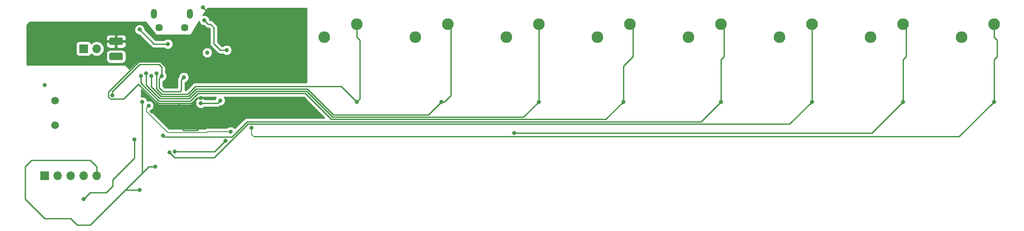
<source format=gbr>
%TF.GenerationSoftware,KiCad,Pcbnew,(5.1.6)-1*%
%TF.CreationDate,2021-02-12T14:45:57+03:00*%
%TF.ProjectId,CearusTab,43656172-7573-4546-9162-2e6b69636164,rev?*%
%TF.SameCoordinates,Original*%
%TF.FileFunction,Copper,L2,Bot*%
%TF.FilePolarity,Positive*%
%FSLAX46Y46*%
G04 Gerber Fmt 4.6, Leading zero omitted, Abs format (unit mm)*
G04 Created by KiCad (PCBNEW (5.1.6)-1) date 2021-02-12 14:45:57*
%MOMM*%
%LPD*%
G01*
G04 APERTURE LIST*
%TA.AperFunction,ComponentPad*%
%ADD10C,1.500000*%
%TD*%
%TA.AperFunction,ComponentPad*%
%ADD11O,1.700000X1.700000*%
%TD*%
%TA.AperFunction,ComponentPad*%
%ADD12R,1.700000X1.700000*%
%TD*%
%TA.AperFunction,ComponentPad*%
%ADD13C,2.286000*%
%TD*%
%TA.AperFunction,ComponentPad*%
%ADD14O,1.200000X1.900000*%
%TD*%
%TA.AperFunction,ComponentPad*%
%ADD15C,1.450000*%
%TD*%
%TA.AperFunction,ViaPad*%
%ADD16C,0.800000*%
%TD*%
%TA.AperFunction,Conductor*%
%ADD17C,0.250000*%
%TD*%
%TA.AperFunction,Conductor*%
%ADD18C,0.200000*%
%TD*%
%TA.AperFunction,Conductor*%
%ADD19C,0.254000*%
%TD*%
G04 APERTURE END LIST*
D10*
%TO.P,Y1,2*%
%TO.N,xtal1*%
X98552000Y-24946000D03*
%TO.P,Y1,1*%
%TO.N,xtal2*%
X98552000Y-20066000D03*
%TD*%
D11*
%TO.P,usb_boot1,2*%
%TO.N,Net-(R7-Pad2)*%
X106680000Y-9906000D03*
D12*
%TO.P,usb_boot1,1*%
%TO.N,Net-(U2-Pad33)*%
X104140000Y-9906000D03*
%TD*%
D13*
%TO.P,SW8,1*%
%TO.N,8*%
X281940000Y-5080000D03*
%TO.P,SW8,2*%
%TO.N,Unfiltered*%
X275590000Y-7620000D03*
%TD*%
%TO.P,SW7,1*%
%TO.N,7*%
X264160000Y-5080000D03*
%TO.P,SW7,2*%
%TO.N,Unfiltered*%
X257810000Y-7620000D03*
%TD*%
%TO.P,SW6,1*%
%TO.N,6*%
X246380000Y-5080000D03*
%TO.P,SW6,2*%
%TO.N,Unfiltered*%
X240030000Y-7620000D03*
%TD*%
%TO.P,SW5,1*%
%TO.N,5*%
X228600000Y-5080000D03*
%TO.P,SW5,2*%
%TO.N,Unfiltered*%
X222250000Y-7620000D03*
%TD*%
%TO.P,SW4,1*%
%TO.N,4*%
X210820000Y-5080000D03*
%TO.P,SW4,2*%
%TO.N,Unfiltered*%
X204470000Y-7620000D03*
%TD*%
%TO.P,SW3,1*%
%TO.N,3*%
X193040000Y-5080000D03*
%TO.P,SW3,2*%
%TO.N,Unfiltered*%
X186690000Y-7620000D03*
%TD*%
%TO.P,SW2,1*%
%TO.N,2*%
X175260000Y-5080000D03*
%TO.P,SW2,2*%
%TO.N,Unfiltered*%
X168910000Y-7620000D03*
%TD*%
%TO.P,SW1,1*%
%TO.N,1*%
X157480000Y-5080000D03*
%TO.P,SW1,2*%
%TO.N,Unfiltered*%
X151130000Y-7620000D03*
%TD*%
D11*
%TO.P,J2,5*%
%TO.N,rst*%
X106680000Y-34798000D03*
%TO.P,J2,4*%
%TO.N,TX*%
X104140000Y-34798000D03*
%TO.P,J2,3*%
%TO.N,RX*%
X101600000Y-34798000D03*
%TO.P,J2,2*%
%TO.N,SDA*%
X99060000Y-34798000D03*
D12*
%TO.P,J2,1*%
%TO.N,SCL*%
X96520000Y-34798000D03*
%TD*%
D14*
%TO.P,J1,6*%
%TO.N,GND*%
X117912000Y-3080500D03*
X124912000Y-3080500D03*
D15*
X118912000Y-5780500D03*
X123912000Y-5780500D03*
%TD*%
%TO.P,C4,2*%
%TO.N,GND*%
%TA.AperFunction,SMDPad,CuDef*%
G36*
G01*
X111565000Y-9167500D02*
X109415000Y-9167500D01*
G75*
G02*
X109165000Y-8917500I0J250000D01*
G01*
X109165000Y-7992500D01*
G75*
G02*
X109415000Y-7742500I250000J0D01*
G01*
X111565000Y-7742500D01*
G75*
G02*
X111815000Y-7992500I0J-250000D01*
G01*
X111815000Y-8917500D01*
G75*
G02*
X111565000Y-9167500I-250000J0D01*
G01*
G37*
%TD.AperFunction*%
%TO.P,C4,1*%
%TO.N,Net-(C4-Pad1)*%
%TA.AperFunction,SMDPad,CuDef*%
G36*
G01*
X111565000Y-12142500D02*
X109415000Y-12142500D01*
G75*
G02*
X109165000Y-11892500I0J250000D01*
G01*
X109165000Y-10967500D01*
G75*
G02*
X109415000Y-10717500I250000J0D01*
G01*
X111565000Y-10717500D01*
G75*
G02*
X111815000Y-10967500I0J-250000D01*
G01*
X111815000Y-11892500D01*
G75*
G02*
X111565000Y-12142500I-250000J0D01*
G01*
G37*
%TD.AperFunction*%
%TD*%
D16*
%TO.N,*%
X96520000Y-17018000D03*
%TO.N,GND*%
X130810000Y-23114000D03*
X110490000Y-8890000D03*
X127000000Y-19558000D03*
X127000000Y-25146000D03*
X117440000Y-22190000D03*
X127456510Y-1829490D03*
X137265000Y-11370000D03*
X120650000Y-13970000D03*
%TO.N,VBUS*%
X132080000Y-10160000D03*
X127724499Y-4355501D03*
%TO.N,Unfiltered*%
X119380000Y-15240000D03*
X123698000Y-15494000D03*
X128270000Y-10668000D03*
X109723845Y-19054155D03*
%TO.N,Net-(C3-Pad1)*%
X130810000Y-20066000D03*
X127000000Y-20574000D03*
%TO.N,Net-(C4-Pad1)*%
X110490000Y-11430000D03*
%TO.N,Net-(C7-Pad1)*%
X115062000Y-6146800D03*
X120573800Y-8991600D03*
%TO.N,rst*%
X115062000Y-37592000D03*
X118110000Y-33020000D03*
X115570000Y-20320000D03*
%TO.N,Net-(R5-Pad2)*%
X104140000Y-39370000D03*
X114032000Y-27672000D03*
%TO.N,1*%
X157480000Y-20320000D03*
X118364000Y-14732000D03*
%TO.N,2*%
X173990000Y-20320000D03*
X117332000Y-15256000D03*
%TO.N,3*%
X193040000Y-20320000D03*
X116332000Y-14732000D03*
%TO.N,4*%
X209550000Y-20320000D03*
X115316000Y-15240000D03*
%TO.N,5*%
X228600000Y-20320000D03*
X119634000Y-26924000D03*
%TO.N,6*%
X246380000Y-20320000D03*
X120904000Y-30226000D03*
%TO.N,7*%
X264160000Y-20320000D03*
X121920000Y-30066000D03*
X131826000Y-27940000D03*
X188214000Y-26416000D03*
%TO.N,8*%
X281940000Y-20320000D03*
X116840000Y-21082000D03*
X132842000Y-26162000D03*
X136906000Y-25400000D03*
%TD*%
D17*
%TO.N,GND*%
X127000000Y-25146000D02*
X127000000Y-25146000D01*
X127000000Y-19558000D02*
X126243640Y-19558000D01*
X126243640Y-19558000D02*
X125205602Y-20596036D01*
X125205602Y-20596036D02*
X122913964Y-20596036D01*
X122913964Y-20596036D02*
X122428000Y-21082000D01*
X122428000Y-21082000D02*
X122428000Y-24638000D01*
X122428000Y-24638000D02*
X123698000Y-25908000D01*
X126238000Y-25908000D02*
X127000000Y-25146000D01*
X123698000Y-25908000D02*
X126238000Y-25908000D01*
X128778000Y-25146000D02*
X130810000Y-23114000D01*
X127000000Y-25146000D02*
X128778000Y-25146000D01*
X118548000Y-21082000D02*
X117440000Y-22190000D01*
X122428000Y-21082000D02*
X122428000Y-21082000D01*
X127456510Y-1829490D02*
X129794000Y-4166980D01*
X129794000Y-4166980D02*
X131166980Y-4166980D01*
X137265000Y-10265000D02*
X137265000Y-11370000D01*
X131166980Y-4166980D02*
X137265000Y-10265000D01*
X122428000Y-21082000D02*
X118548000Y-21082000D01*
X114865991Y-16827627D02*
X118634403Y-20596037D01*
X111914462Y-19779156D02*
X114865991Y-16827627D01*
X109375844Y-19779156D02*
X111914462Y-19779156D01*
X126434315Y-19558000D02*
X127000000Y-19558000D01*
X118634403Y-20596037D02*
X125396278Y-20596037D01*
X108998844Y-19402156D02*
X109375844Y-19779156D01*
X108998844Y-18380746D02*
X108998844Y-19402156D01*
X114875599Y-12503991D02*
X108998844Y-18380746D01*
X119183991Y-12503991D02*
X114875599Y-12503991D01*
X125396278Y-20596037D02*
X126434315Y-19558000D01*
X120650000Y-13970000D02*
X119183991Y-12503991D01*
%TO.N,VBUS*%
X127724499Y-4355501D02*
X128448998Y-5080000D01*
X128448998Y-5080000D02*
X128905000Y-5080000D01*
X128905000Y-5080000D02*
X129540000Y-5715000D01*
X129540000Y-5715000D02*
X129540000Y-8890000D01*
X129540000Y-8890000D02*
X130810000Y-10160000D01*
X130810000Y-10160000D02*
X132080000Y-10160000D01*
%TO.N,Unfiltered*%
X119380000Y-15240000D02*
X118872000Y-15748000D01*
X118872000Y-15748000D02*
X118872000Y-17526000D01*
X118872000Y-17526000D02*
X119634000Y-18288000D01*
X119634000Y-18288000D02*
X122682000Y-18288000D01*
X122682000Y-18288000D02*
X122936000Y-18288000D01*
X122936000Y-18288000D02*
X123190000Y-18034000D01*
X123190000Y-18034000D02*
X123190000Y-16002000D01*
X123190000Y-16002000D02*
X123698000Y-15494000D01*
X123698000Y-15494000D02*
X123698000Y-15494000D01*
X109723845Y-18292155D02*
X109723845Y-19054155D01*
X115062000Y-12954000D02*
X109723845Y-18292155D01*
X118872000Y-12954000D02*
X115062000Y-12954000D01*
X119380000Y-15240000D02*
X119380000Y-13462000D01*
X119380000Y-13462000D02*
X118872000Y-12954000D01*
%TO.N,Net-(C3-Pad1)*%
X130302000Y-20574000D02*
X130810000Y-20066000D01*
X127000000Y-20574000D02*
X130302000Y-20574000D01*
%TO.N,Net-(C7-Pad1)*%
X115062000Y-6146800D02*
X117919500Y-9004300D01*
X120561100Y-9004300D02*
X120573800Y-8991600D01*
X117919500Y-9004300D02*
X120561100Y-9004300D01*
%TO.N,rst*%
X106680000Y-34798000D02*
X106680000Y-33020000D01*
X106680000Y-33020000D02*
X105410000Y-31750000D01*
X105410000Y-31750000D02*
X97282998Y-31750000D01*
X97282998Y-31750000D02*
X93980000Y-31750000D01*
X93980000Y-31750000D02*
X92710000Y-33020000D01*
X92710000Y-33020000D02*
X92710000Y-33273002D01*
X92710000Y-33273002D02*
X92710000Y-39370000D01*
X92710000Y-39370000D02*
X96520000Y-43180000D01*
X96520000Y-43180000D02*
X101600000Y-43180000D01*
X101600000Y-43180000D02*
X102870000Y-44450000D01*
X102870000Y-44450000D02*
X105410000Y-44450000D01*
X115570000Y-34290000D02*
X115570000Y-20320000D01*
X115570000Y-20320000D02*
X115570000Y-20320000D01*
X118110000Y-33020000D02*
X116840000Y-33020000D01*
X116840000Y-33020000D02*
X115570000Y-34290000D01*
X112268000Y-37592000D02*
X115062000Y-37592000D01*
X112268000Y-37592000D02*
X115570000Y-34290000D01*
X105410000Y-44450000D02*
X112268000Y-37592000D01*
%TO.N,Net-(R5-Pad2)*%
X105410000Y-38100000D02*
X104140000Y-39370000D01*
X114032000Y-31383000D02*
X109855000Y-35560000D01*
X114032000Y-27672000D02*
X114032000Y-31383000D01*
X108585000Y-38100000D02*
X105410000Y-38100000D01*
X109855000Y-35560000D02*
X109855000Y-36830000D01*
X109855000Y-36830000D02*
X108585000Y-38100000D01*
%TO.N,1*%
X158115000Y-19685000D02*
X157480000Y-20320000D01*
X158115000Y-8255000D02*
X158115000Y-19685000D01*
X157480000Y-5080000D02*
X157480000Y-7620000D01*
X157480000Y-7620000D02*
X158115000Y-8255000D01*
X118364000Y-17780000D02*
X119380000Y-18796000D01*
X118364000Y-14732000D02*
X118364000Y-17780000D01*
X154432000Y-17272000D02*
X157480000Y-20320000D01*
X124460000Y-18796000D02*
X125984000Y-17272000D01*
X119380000Y-18796000D02*
X124460000Y-18796000D01*
X125984000Y-17272000D02*
X154432000Y-17272000D01*
%TO.N,2*%
X173990000Y-20320000D02*
X174625000Y-20320000D01*
X174625000Y-20320000D02*
X175895000Y-19050000D01*
X175895000Y-5715000D02*
X175260000Y-5080000D01*
X175895000Y-19050000D02*
X175895000Y-5715000D01*
X171450000Y-22860000D02*
X173990000Y-20320000D01*
X117332000Y-17384410D02*
X119193600Y-19246010D01*
X152908000Y-22860000D02*
X171450000Y-22860000D01*
X147828000Y-17780000D02*
X152908000Y-22860000D01*
X117332000Y-15256000D02*
X117332000Y-17384410D01*
X119193600Y-19246010D02*
X124646401Y-19246009D01*
X126112410Y-17780000D02*
X147828000Y-17780000D01*
X124646401Y-19246009D02*
X126112410Y-17780000D01*
%TO.N,3*%
X193040000Y-20320000D02*
X193040000Y-5080000D01*
X119007201Y-19696019D02*
X124832802Y-19696018D01*
X116332000Y-14732000D02*
X116332000Y-17020820D01*
X116332000Y-17020820D02*
X119007201Y-19696019D01*
X152721600Y-23310010D02*
X190049990Y-23310010D01*
X190049990Y-23310010D02*
X193040000Y-20320000D01*
X147641600Y-18230010D02*
X152721600Y-23310010D01*
X126298810Y-18230010D02*
X147641600Y-18230010D01*
X124832802Y-19696018D02*
X126298810Y-18230010D01*
%TO.N,4*%
X211455000Y-5715000D02*
X210820000Y-5080000D01*
X211455000Y-11430000D02*
X211455000Y-5715000D01*
X209550000Y-20320000D02*
X209550000Y-13335000D01*
X209550000Y-13335000D02*
X211455000Y-11430000D01*
X115316000Y-15240000D02*
X115316000Y-16641226D01*
X118820802Y-20146028D02*
X125019203Y-20146027D01*
X115316000Y-16641226D02*
X118820802Y-20146028D01*
X125019203Y-20146027D02*
X126485210Y-18680020D01*
X206109980Y-23760020D02*
X209550000Y-20320000D01*
X147455200Y-18680020D02*
X152535200Y-23760020D01*
X152535200Y-23760020D02*
X206109980Y-23760020D01*
X126485210Y-18680020D02*
X147455200Y-18680020D01*
%TO.N,5*%
X229235000Y-5715000D02*
X228600000Y-5080000D01*
X229235000Y-11430000D02*
X229235000Y-5715000D01*
X228600000Y-20320000D02*
X228600000Y-12065000D01*
X228600000Y-12065000D02*
X229235000Y-11430000D01*
X228600000Y-20320000D02*
X224709970Y-24210030D01*
X224709970Y-24210030D02*
X136063970Y-24210030D01*
X136063970Y-24210030D02*
X133096000Y-27178000D01*
X133096000Y-27178000D02*
X120142000Y-27178000D01*
X120142000Y-27178000D02*
X119888000Y-27178000D01*
X119888000Y-27178000D02*
X119634000Y-26924000D01*
X119634000Y-26924000D02*
X119634000Y-26924000D01*
%TO.N,6*%
X246380000Y-20320000D02*
X246380000Y-5080000D01*
X246380000Y-20320000D02*
X242039960Y-24660040D01*
X242039960Y-24660040D02*
X136250370Y-24660040D01*
X136250370Y-24660040D02*
X129668410Y-31242000D01*
X129668410Y-31242000D02*
X121920000Y-31242000D01*
X121920000Y-31242000D02*
X120904000Y-30226000D01*
X120904000Y-30226000D02*
X120904000Y-30226000D01*
%TO.N,7*%
X264795000Y-5715000D02*
X264160000Y-5080000D01*
X264160000Y-20320000D02*
X264160000Y-12065000D01*
X264795000Y-11430000D02*
X264795000Y-5715000D01*
X264160000Y-12065000D02*
X264795000Y-11430000D01*
X121920000Y-30066000D02*
X129700000Y-30066000D01*
X129700000Y-30066000D02*
X131826000Y-27940000D01*
X131826000Y-27940000D02*
X131826000Y-27940000D01*
X258064000Y-26416000D02*
X264160000Y-20320000D01*
X188214000Y-26416000D02*
X258064000Y-26416000D01*
%TO.N,8*%
X281940000Y-20320000D02*
X281940000Y-12065000D01*
X281940000Y-12065000D02*
X282575000Y-11430000D01*
X282575000Y-11430000D02*
X282575000Y-8255000D01*
X281940000Y-7620000D02*
X281940000Y-5080000D01*
X282575000Y-8255000D02*
X281940000Y-7620000D01*
X275118999Y-27141001D02*
X137450999Y-27141001D01*
X281940000Y-20320000D02*
X275118999Y-27141001D01*
D18*
X116440001Y-22226003D02*
X120547008Y-26333010D01*
X116840000Y-21082000D02*
X116440001Y-21481999D01*
X120547008Y-26333010D02*
X128098990Y-26333010D01*
X116440001Y-21481999D02*
X116440001Y-22226003D01*
X128270000Y-26162000D02*
X132842000Y-26162000D01*
X128098990Y-26333010D02*
X128270000Y-26162000D01*
X132842000Y-26162000D02*
X133096000Y-26162000D01*
X137450999Y-27141001D02*
X137377001Y-27141001D01*
X137377001Y-27141001D02*
X136906000Y-26670000D01*
X136906000Y-26670000D02*
X136906000Y-25400000D01*
X136906000Y-25400000D02*
X136906000Y-25400000D01*
%TD*%
D19*
%TO.N,GND*%
G36*
X118257008Y-20657036D02*
G01*
X118280802Y-20686029D01*
X118309795Y-20709823D01*
X118309799Y-20709827D01*
X118396526Y-20781002D01*
X118528555Y-20851574D01*
X118671816Y-20895031D01*
X118820802Y-20909705D01*
X118858135Y-20906028D01*
X124981871Y-20906026D01*
X125019203Y-20909703D01*
X125056536Y-20906026D01*
X125168189Y-20895029D01*
X125231257Y-20875898D01*
X125311449Y-20851573D01*
X125443479Y-20781001D01*
X125530205Y-20709826D01*
X125530206Y-20709825D01*
X125559204Y-20686027D01*
X125583002Y-20657029D01*
X126030827Y-20209204D01*
X126004774Y-20272102D01*
X125965000Y-20472061D01*
X125965000Y-20675939D01*
X126004774Y-20875898D01*
X126082795Y-21064256D01*
X126196063Y-21233774D01*
X126340226Y-21377937D01*
X126509744Y-21491205D01*
X126698102Y-21569226D01*
X126898061Y-21609000D01*
X127101939Y-21609000D01*
X127301898Y-21569226D01*
X127490256Y-21491205D01*
X127659774Y-21377937D01*
X127703711Y-21334000D01*
X130264678Y-21334000D01*
X130302000Y-21337676D01*
X130339322Y-21334000D01*
X130339333Y-21334000D01*
X130450986Y-21323003D01*
X130594247Y-21279546D01*
X130726276Y-21208974D01*
X130842001Y-21114001D01*
X130852671Y-21101000D01*
X130911939Y-21101000D01*
X131111898Y-21061226D01*
X131300256Y-20983205D01*
X131469774Y-20869937D01*
X131613937Y-20725774D01*
X131727205Y-20556256D01*
X131805226Y-20367898D01*
X131845000Y-20167939D01*
X131845000Y-19964061D01*
X131805226Y-19764102D01*
X131727205Y-19575744D01*
X131636517Y-19440020D01*
X147140399Y-19440020D01*
X151150408Y-23450030D01*
X136101292Y-23450030D01*
X136063969Y-23446354D01*
X136026646Y-23450030D01*
X136026637Y-23450030D01*
X135914984Y-23461027D01*
X135771723Y-23504484D01*
X135639694Y-23575056D01*
X135639692Y-23575057D01*
X135639693Y-23575057D01*
X135552966Y-23646231D01*
X135552962Y-23646235D01*
X135523969Y-23670029D01*
X135500175Y-23699022D01*
X133666379Y-25532819D01*
X133645937Y-25502226D01*
X133501774Y-25358063D01*
X133332256Y-25244795D01*
X133143898Y-25166774D01*
X132943939Y-25127000D01*
X132740061Y-25127000D01*
X132540102Y-25166774D01*
X132351744Y-25244795D01*
X132182226Y-25358063D01*
X132113289Y-25427000D01*
X128306105Y-25427000D01*
X128270000Y-25423444D01*
X128233895Y-25427000D01*
X128125915Y-25437635D01*
X127987367Y-25479663D01*
X127859680Y-25547913D01*
X127798637Y-25598010D01*
X120851455Y-25598010D01*
X117275380Y-22021936D01*
X117330256Y-21999205D01*
X117499774Y-21885937D01*
X117643937Y-21741774D01*
X117757205Y-21572256D01*
X117835226Y-21383898D01*
X117875000Y-21183939D01*
X117875000Y-20980061D01*
X117835226Y-20780102D01*
X117757205Y-20591744D01*
X117643937Y-20422226D01*
X117499774Y-20278063D01*
X117330256Y-20164795D01*
X117141898Y-20086774D01*
X116941939Y-20047000D01*
X116738061Y-20047000D01*
X116577333Y-20078970D01*
X116565226Y-20018102D01*
X116487205Y-19829744D01*
X116373937Y-19660226D01*
X116229774Y-19516063D01*
X116060256Y-19402795D01*
X115871898Y-19324774D01*
X115671939Y-19285000D01*
X115468061Y-19285000D01*
X115443000Y-19289985D01*
X115443000Y-17843027D01*
X118257008Y-20657036D01*
G37*
X118257008Y-20657036D02*
X118280802Y-20686029D01*
X118309795Y-20709823D01*
X118309799Y-20709827D01*
X118396526Y-20781002D01*
X118528555Y-20851574D01*
X118671816Y-20895031D01*
X118820802Y-20909705D01*
X118858135Y-20906028D01*
X124981871Y-20906026D01*
X125019203Y-20909703D01*
X125056536Y-20906026D01*
X125168189Y-20895029D01*
X125231257Y-20875898D01*
X125311449Y-20851573D01*
X125443479Y-20781001D01*
X125530205Y-20709826D01*
X125530206Y-20709825D01*
X125559204Y-20686027D01*
X125583002Y-20657029D01*
X126030827Y-20209204D01*
X126004774Y-20272102D01*
X125965000Y-20472061D01*
X125965000Y-20675939D01*
X126004774Y-20875898D01*
X126082795Y-21064256D01*
X126196063Y-21233774D01*
X126340226Y-21377937D01*
X126509744Y-21491205D01*
X126698102Y-21569226D01*
X126898061Y-21609000D01*
X127101939Y-21609000D01*
X127301898Y-21569226D01*
X127490256Y-21491205D01*
X127659774Y-21377937D01*
X127703711Y-21334000D01*
X130264678Y-21334000D01*
X130302000Y-21337676D01*
X130339322Y-21334000D01*
X130339333Y-21334000D01*
X130450986Y-21323003D01*
X130594247Y-21279546D01*
X130726276Y-21208974D01*
X130842001Y-21114001D01*
X130852671Y-21101000D01*
X130911939Y-21101000D01*
X131111898Y-21061226D01*
X131300256Y-20983205D01*
X131469774Y-20869937D01*
X131613937Y-20725774D01*
X131727205Y-20556256D01*
X131805226Y-20367898D01*
X131845000Y-20167939D01*
X131845000Y-19964061D01*
X131805226Y-19764102D01*
X131727205Y-19575744D01*
X131636517Y-19440020D01*
X147140399Y-19440020D01*
X151150408Y-23450030D01*
X136101292Y-23450030D01*
X136063969Y-23446354D01*
X136026646Y-23450030D01*
X136026637Y-23450030D01*
X135914984Y-23461027D01*
X135771723Y-23504484D01*
X135639694Y-23575056D01*
X135639692Y-23575057D01*
X135639693Y-23575057D01*
X135552966Y-23646231D01*
X135552962Y-23646235D01*
X135523969Y-23670029D01*
X135500175Y-23699022D01*
X133666379Y-25532819D01*
X133645937Y-25502226D01*
X133501774Y-25358063D01*
X133332256Y-25244795D01*
X133143898Y-25166774D01*
X132943939Y-25127000D01*
X132740061Y-25127000D01*
X132540102Y-25166774D01*
X132351744Y-25244795D01*
X132182226Y-25358063D01*
X132113289Y-25427000D01*
X128306105Y-25427000D01*
X128270000Y-25423444D01*
X128233895Y-25427000D01*
X128125915Y-25437635D01*
X127987367Y-25479663D01*
X127859680Y-25547913D01*
X127798637Y-25598010D01*
X120851455Y-25598010D01*
X117275380Y-22021936D01*
X117330256Y-21999205D01*
X117499774Y-21885937D01*
X117643937Y-21741774D01*
X117757205Y-21572256D01*
X117835226Y-21383898D01*
X117875000Y-21183939D01*
X117875000Y-20980061D01*
X117835226Y-20780102D01*
X117757205Y-20591744D01*
X117643937Y-20422226D01*
X117499774Y-20278063D01*
X117330256Y-20164795D01*
X117141898Y-20086774D01*
X116941939Y-20047000D01*
X116738061Y-20047000D01*
X116577333Y-20078970D01*
X116565226Y-20018102D01*
X116487205Y-19829744D01*
X116373937Y-19660226D01*
X116229774Y-19516063D01*
X116060256Y-19402795D01*
X115871898Y-19324774D01*
X115671939Y-19285000D01*
X115468061Y-19285000D01*
X115443000Y-19289985D01*
X115443000Y-17843027D01*
X118257008Y-20657036D01*
G36*
X129892795Y-19575744D02*
G01*
X129814774Y-19764102D01*
X129804849Y-19814000D01*
X127703711Y-19814000D01*
X127659774Y-19770063D01*
X127490256Y-19656795D01*
X127301898Y-19578774D01*
X127101939Y-19539000D01*
X126898061Y-19539000D01*
X126698102Y-19578774D01*
X126635205Y-19604827D01*
X126800012Y-19440020D01*
X129983483Y-19440020D01*
X129892795Y-19575744D01*
G37*
X129892795Y-19575744D02*
X129814774Y-19764102D01*
X129804849Y-19814000D01*
X127703711Y-19814000D01*
X127659774Y-19770063D01*
X127490256Y-19656795D01*
X127301898Y-19578774D01*
X127101939Y-19539000D01*
X126898061Y-19539000D01*
X126698102Y-19578774D01*
X126635205Y-19604827D01*
X126800012Y-19440020D01*
X129983483Y-19440020D01*
X129892795Y-19575744D01*
G36*
X147701000Y-16512000D02*
G01*
X126021322Y-16512000D01*
X125983999Y-16508324D01*
X125946676Y-16512000D01*
X125946667Y-16512000D01*
X125835014Y-16522997D01*
X125691753Y-16566454D01*
X125559724Y-16637026D01*
X125559722Y-16637027D01*
X125559723Y-16637027D01*
X125472996Y-16708201D01*
X125472992Y-16708205D01*
X125443999Y-16731999D01*
X125420205Y-16760992D01*
X124145199Y-18036000D01*
X123953479Y-18036000D01*
X123953676Y-18034001D01*
X123950000Y-17996678D01*
X123950000Y-16499151D01*
X123999898Y-16489226D01*
X124188256Y-16411205D01*
X124357774Y-16297937D01*
X124501937Y-16153774D01*
X124615205Y-15984256D01*
X124693226Y-15795898D01*
X124733000Y-15595939D01*
X124733000Y-15392061D01*
X124693226Y-15192102D01*
X124615205Y-15003744D01*
X124501937Y-14834226D01*
X124357774Y-14690063D01*
X124188256Y-14576795D01*
X123999898Y-14498774D01*
X123799939Y-14459000D01*
X123596061Y-14459000D01*
X123396102Y-14498774D01*
X123207744Y-14576795D01*
X123038226Y-14690063D01*
X122894063Y-14834226D01*
X122780795Y-15003744D01*
X122702774Y-15192102D01*
X122663000Y-15392061D01*
X122663000Y-15451330D01*
X122650000Y-15461999D01*
X122626202Y-15490997D01*
X122626201Y-15490998D01*
X122555026Y-15577724D01*
X122484454Y-15709754D01*
X122463146Y-15780001D01*
X122440998Y-15853014D01*
X122434817Y-15915774D01*
X122426324Y-16002000D01*
X122430001Y-16039332D01*
X122430000Y-17528000D01*
X119948802Y-17528000D01*
X119632000Y-17211199D01*
X119632000Y-16245151D01*
X119681898Y-16235226D01*
X119870256Y-16157205D01*
X120039774Y-16043937D01*
X120183937Y-15899774D01*
X120297205Y-15730256D01*
X120375226Y-15541898D01*
X120415000Y-15341939D01*
X120415000Y-15138061D01*
X120375226Y-14938102D01*
X120297205Y-14749744D01*
X120183937Y-14580226D01*
X120140000Y-14536289D01*
X120140000Y-13499322D01*
X120143676Y-13461999D01*
X120140000Y-13424676D01*
X120140000Y-13424667D01*
X120129003Y-13313014D01*
X120085546Y-13169753D01*
X120014974Y-13037724D01*
X119920001Y-12921999D01*
X119891002Y-12898200D01*
X119435803Y-12443002D01*
X119412001Y-12413999D01*
X119296276Y-12319026D01*
X119164247Y-12248454D01*
X119020986Y-12204997D01*
X118909333Y-12194000D01*
X118909322Y-12194000D01*
X118872000Y-12190324D01*
X118834678Y-12194000D01*
X115099322Y-12194000D01*
X115061999Y-12190324D01*
X115024676Y-12194000D01*
X115024667Y-12194000D01*
X114913014Y-12204997D01*
X114769753Y-12248454D01*
X114637724Y-12319026D01*
X114521999Y-12413999D01*
X114498201Y-12442997D01*
X113090402Y-13850796D01*
X112357803Y-13118197D01*
X112338557Y-13102403D01*
X112316601Y-13090667D01*
X112292776Y-13083440D01*
X112268000Y-13081000D01*
X93091000Y-13081000D01*
X93091000Y-9056000D01*
X102651928Y-9056000D01*
X102651928Y-10756000D01*
X102664188Y-10880482D01*
X102700498Y-11000180D01*
X102759463Y-11110494D01*
X102838815Y-11207185D01*
X102935506Y-11286537D01*
X103045820Y-11345502D01*
X103165518Y-11381812D01*
X103290000Y-11394072D01*
X104990000Y-11394072D01*
X105114482Y-11381812D01*
X105234180Y-11345502D01*
X105344494Y-11286537D01*
X105441185Y-11207185D01*
X105520537Y-11110494D01*
X105579502Y-11000180D01*
X105601513Y-10927620D01*
X105733368Y-11059475D01*
X105976589Y-11221990D01*
X106246842Y-11333932D01*
X106533740Y-11391000D01*
X106826260Y-11391000D01*
X107113158Y-11333932D01*
X107383411Y-11221990D01*
X107626632Y-11059475D01*
X107718607Y-10967500D01*
X108526928Y-10967500D01*
X108526928Y-11892500D01*
X108543992Y-12065754D01*
X108594528Y-12232350D01*
X108676595Y-12385886D01*
X108787038Y-12520462D01*
X108921614Y-12630905D01*
X109075150Y-12712972D01*
X109241746Y-12763508D01*
X109415000Y-12780572D01*
X111565000Y-12780572D01*
X111738254Y-12763508D01*
X111904850Y-12712972D01*
X112058386Y-12630905D01*
X112192962Y-12520462D01*
X112303405Y-12385886D01*
X112385472Y-12232350D01*
X112436008Y-12065754D01*
X112453072Y-11892500D01*
X112453072Y-10967500D01*
X112436008Y-10794246D01*
X112385472Y-10627650D01*
X112352552Y-10566061D01*
X127235000Y-10566061D01*
X127235000Y-10769939D01*
X127274774Y-10969898D01*
X127352795Y-11158256D01*
X127466063Y-11327774D01*
X127610226Y-11471937D01*
X127779744Y-11585205D01*
X127968102Y-11663226D01*
X128168061Y-11703000D01*
X128371939Y-11703000D01*
X128571898Y-11663226D01*
X128760256Y-11585205D01*
X128929774Y-11471937D01*
X129073937Y-11327774D01*
X129187205Y-11158256D01*
X129265226Y-10969898D01*
X129305000Y-10769939D01*
X129305000Y-10566061D01*
X129265226Y-10366102D01*
X129187205Y-10177744D01*
X129073937Y-10008226D01*
X128929774Y-9864063D01*
X128760256Y-9750795D01*
X128571898Y-9672774D01*
X128371939Y-9633000D01*
X128168061Y-9633000D01*
X127968102Y-9672774D01*
X127779744Y-9750795D01*
X127610226Y-9864063D01*
X127466063Y-10008226D01*
X127352795Y-10177744D01*
X127274774Y-10366102D01*
X127235000Y-10566061D01*
X112352552Y-10566061D01*
X112303405Y-10474114D01*
X112192962Y-10339538D01*
X112058386Y-10229095D01*
X111904850Y-10147028D01*
X111738254Y-10096492D01*
X111565000Y-10079428D01*
X109415000Y-10079428D01*
X109241746Y-10096492D01*
X109075150Y-10147028D01*
X108921614Y-10229095D01*
X108787038Y-10339538D01*
X108676595Y-10474114D01*
X108594528Y-10627650D01*
X108543992Y-10794246D01*
X108526928Y-10967500D01*
X107718607Y-10967500D01*
X107833475Y-10852632D01*
X107995990Y-10609411D01*
X108107932Y-10339158D01*
X108165000Y-10052260D01*
X108165000Y-9759740D01*
X108107932Y-9472842D01*
X107995990Y-9202589D01*
X107972545Y-9167500D01*
X108526928Y-9167500D01*
X108539188Y-9291982D01*
X108575498Y-9411680D01*
X108634463Y-9521994D01*
X108713815Y-9618685D01*
X108810506Y-9698037D01*
X108920820Y-9757002D01*
X109040518Y-9793312D01*
X109165000Y-9805572D01*
X110204250Y-9802500D01*
X110363000Y-9643750D01*
X110363000Y-8582000D01*
X110617000Y-8582000D01*
X110617000Y-9643750D01*
X110775750Y-9802500D01*
X111815000Y-9805572D01*
X111939482Y-9793312D01*
X112059180Y-9757002D01*
X112169494Y-9698037D01*
X112266185Y-9618685D01*
X112345537Y-9521994D01*
X112404502Y-9411680D01*
X112440812Y-9291982D01*
X112453072Y-9167500D01*
X112450000Y-8740750D01*
X112291250Y-8582000D01*
X110617000Y-8582000D01*
X110363000Y-8582000D01*
X108688750Y-8582000D01*
X108530000Y-8740750D01*
X108526928Y-9167500D01*
X107972545Y-9167500D01*
X107833475Y-8959368D01*
X107626632Y-8752525D01*
X107383411Y-8590010D01*
X107113158Y-8478068D01*
X106826260Y-8421000D01*
X106533740Y-8421000D01*
X106246842Y-8478068D01*
X105976589Y-8590010D01*
X105733368Y-8752525D01*
X105601513Y-8884380D01*
X105579502Y-8811820D01*
X105520537Y-8701506D01*
X105441185Y-8604815D01*
X105344494Y-8525463D01*
X105234180Y-8466498D01*
X105114482Y-8430188D01*
X104990000Y-8417928D01*
X103290000Y-8417928D01*
X103165518Y-8430188D01*
X103045820Y-8466498D01*
X102935506Y-8525463D01*
X102838815Y-8604815D01*
X102759463Y-8701506D01*
X102700498Y-8811820D01*
X102664188Y-8931518D01*
X102651928Y-9056000D01*
X93091000Y-9056000D01*
X93091000Y-7742500D01*
X108526928Y-7742500D01*
X108530000Y-8169250D01*
X108688750Y-8328000D01*
X110363000Y-8328000D01*
X110363000Y-7266250D01*
X110617000Y-7266250D01*
X110617000Y-8328000D01*
X112291250Y-8328000D01*
X112450000Y-8169250D01*
X112453072Y-7742500D01*
X112440812Y-7618018D01*
X112404502Y-7498320D01*
X112345537Y-7388006D01*
X112266185Y-7291315D01*
X112169494Y-7211963D01*
X112059180Y-7152998D01*
X111939482Y-7116688D01*
X111815000Y-7104428D01*
X110775750Y-7107500D01*
X110617000Y-7266250D01*
X110363000Y-7266250D01*
X110204250Y-7107500D01*
X109165000Y-7104428D01*
X109040518Y-7116688D01*
X108920820Y-7152998D01*
X108810506Y-7211963D01*
X108713815Y-7291315D01*
X108634463Y-7388006D01*
X108575498Y-7498320D01*
X108539188Y-7618018D01*
X108526928Y-7742500D01*
X93091000Y-7742500D01*
X93091000Y-6044861D01*
X114027000Y-6044861D01*
X114027000Y-6248739D01*
X114066774Y-6448698D01*
X114144795Y-6637056D01*
X114258063Y-6806574D01*
X114402226Y-6950737D01*
X114571744Y-7064005D01*
X114760102Y-7142026D01*
X114960061Y-7181800D01*
X115022199Y-7181800D01*
X117355701Y-9515303D01*
X117379499Y-9544301D01*
X117495224Y-9639274D01*
X117627253Y-9709846D01*
X117770514Y-9753303D01*
X117882167Y-9764300D01*
X117882176Y-9764300D01*
X117919499Y-9767976D01*
X117956822Y-9764300D01*
X119882789Y-9764300D01*
X119914026Y-9795537D01*
X120083544Y-9908805D01*
X120271902Y-9986826D01*
X120471861Y-10026600D01*
X120675739Y-10026600D01*
X120875698Y-9986826D01*
X121064056Y-9908805D01*
X121233574Y-9795537D01*
X121377737Y-9651374D01*
X121491005Y-9481856D01*
X121569026Y-9293498D01*
X121608800Y-9093539D01*
X121608800Y-8889661D01*
X121569026Y-8689702D01*
X121491005Y-8501344D01*
X121377737Y-8331826D01*
X121233574Y-8187663D01*
X121064056Y-8074395D01*
X120875698Y-7996374D01*
X120675739Y-7956600D01*
X120471861Y-7956600D01*
X120271902Y-7996374D01*
X120083544Y-8074395D01*
X119914026Y-8187663D01*
X119857389Y-8244300D01*
X118234302Y-8244300D01*
X116097000Y-6106999D01*
X116097000Y-6044861D01*
X116057226Y-5844902D01*
X115979205Y-5656544D01*
X115865937Y-5487026D01*
X115721774Y-5342863D01*
X115552256Y-5229595D01*
X115363898Y-5151574D01*
X115163939Y-5111800D01*
X114960061Y-5111800D01*
X114760102Y-5151574D01*
X114571744Y-5229595D01*
X114402226Y-5342863D01*
X114258063Y-5487026D01*
X114144795Y-5656544D01*
X114066774Y-5844902D01*
X114027000Y-6044861D01*
X93091000Y-6044861D01*
X93091000Y-5230620D01*
X93658062Y-4699000D01*
X116270961Y-4699000D01*
X118264830Y-7191336D01*
X118282213Y-7209159D01*
X118302739Y-7223248D01*
X118325620Y-7233062D01*
X118349975Y-7238223D01*
X118364000Y-7239000D01*
X124968000Y-7239000D01*
X124992776Y-7236560D01*
X125016601Y-7229333D01*
X125038557Y-7217597D01*
X125057803Y-7201803D01*
X125076902Y-7177341D01*
X126599354Y-4639921D01*
X126696740Y-4493842D01*
X126729273Y-4657399D01*
X126807294Y-4845757D01*
X126920562Y-5015275D01*
X127064725Y-5159438D01*
X127234243Y-5272706D01*
X127422601Y-5350727D01*
X127622560Y-5390501D01*
X127684697Y-5390501D01*
X127885199Y-5591002D01*
X127908997Y-5620001D01*
X128024722Y-5714974D01*
X128156751Y-5785546D01*
X128300012Y-5829003D01*
X128411665Y-5840000D01*
X128411674Y-5840000D01*
X128448997Y-5843676D01*
X128486320Y-5840000D01*
X128590199Y-5840000D01*
X128780000Y-6029802D01*
X128780001Y-8852668D01*
X128776324Y-8890000D01*
X128780001Y-8927333D01*
X128787553Y-9004003D01*
X128790998Y-9038985D01*
X128834454Y-9182246D01*
X128905026Y-9314276D01*
X128969780Y-9393178D01*
X129000000Y-9430001D01*
X129028998Y-9453799D01*
X130246201Y-10671003D01*
X130269999Y-10700001D01*
X130385724Y-10794974D01*
X130517753Y-10865546D01*
X130661014Y-10909003D01*
X130772667Y-10920000D01*
X130772676Y-10920000D01*
X130809999Y-10923676D01*
X130847322Y-10920000D01*
X131376289Y-10920000D01*
X131420226Y-10963937D01*
X131589744Y-11077205D01*
X131778102Y-11155226D01*
X131978061Y-11195000D01*
X132181939Y-11195000D01*
X132381898Y-11155226D01*
X132570256Y-11077205D01*
X132739774Y-10963937D01*
X132883937Y-10819774D01*
X132997205Y-10650256D01*
X133075226Y-10461898D01*
X133115000Y-10261939D01*
X133115000Y-10058061D01*
X133075226Y-9858102D01*
X132997205Y-9669744D01*
X132883937Y-9500226D01*
X132739774Y-9356063D01*
X132570256Y-9242795D01*
X132381898Y-9164774D01*
X132181939Y-9125000D01*
X131978061Y-9125000D01*
X131778102Y-9164774D01*
X131589744Y-9242795D01*
X131420226Y-9356063D01*
X131376289Y-9400000D01*
X131124802Y-9400000D01*
X130300000Y-8575199D01*
X130300000Y-5752333D01*
X130303677Y-5715000D01*
X130289003Y-5566014D01*
X130245546Y-5422753D01*
X130174974Y-5290724D01*
X130103799Y-5203997D01*
X130080001Y-5174999D01*
X130051004Y-5151202D01*
X129468803Y-4569002D01*
X129445001Y-4539999D01*
X129329276Y-4445026D01*
X129197247Y-4374454D01*
X129053986Y-4330997D01*
X128942333Y-4320000D01*
X128942322Y-4320000D01*
X128905000Y-4316324D01*
X128867678Y-4320000D01*
X128763800Y-4320000D01*
X128759499Y-4315699D01*
X128759499Y-4253562D01*
X128719725Y-4053603D01*
X128641704Y-3865245D01*
X128528436Y-3695727D01*
X128384273Y-3551564D01*
X128214755Y-3438296D01*
X128026397Y-3360275D01*
X127826438Y-3320501D01*
X127622560Y-3320501D01*
X127457015Y-3353430D01*
X128405968Y-1930000D01*
X147701000Y-1930000D01*
X147701000Y-16512000D01*
G37*
X147701000Y-16512000D02*
X126021322Y-16512000D01*
X125983999Y-16508324D01*
X125946676Y-16512000D01*
X125946667Y-16512000D01*
X125835014Y-16522997D01*
X125691753Y-16566454D01*
X125559724Y-16637026D01*
X125559722Y-16637027D01*
X125559723Y-16637027D01*
X125472996Y-16708201D01*
X125472992Y-16708205D01*
X125443999Y-16731999D01*
X125420205Y-16760992D01*
X124145199Y-18036000D01*
X123953479Y-18036000D01*
X123953676Y-18034001D01*
X123950000Y-17996678D01*
X123950000Y-16499151D01*
X123999898Y-16489226D01*
X124188256Y-16411205D01*
X124357774Y-16297937D01*
X124501937Y-16153774D01*
X124615205Y-15984256D01*
X124693226Y-15795898D01*
X124733000Y-15595939D01*
X124733000Y-15392061D01*
X124693226Y-15192102D01*
X124615205Y-15003744D01*
X124501937Y-14834226D01*
X124357774Y-14690063D01*
X124188256Y-14576795D01*
X123999898Y-14498774D01*
X123799939Y-14459000D01*
X123596061Y-14459000D01*
X123396102Y-14498774D01*
X123207744Y-14576795D01*
X123038226Y-14690063D01*
X122894063Y-14834226D01*
X122780795Y-15003744D01*
X122702774Y-15192102D01*
X122663000Y-15392061D01*
X122663000Y-15451330D01*
X122650000Y-15461999D01*
X122626202Y-15490997D01*
X122626201Y-15490998D01*
X122555026Y-15577724D01*
X122484454Y-15709754D01*
X122463146Y-15780001D01*
X122440998Y-15853014D01*
X122434817Y-15915774D01*
X122426324Y-16002000D01*
X122430001Y-16039332D01*
X122430000Y-17528000D01*
X119948802Y-17528000D01*
X119632000Y-17211199D01*
X119632000Y-16245151D01*
X119681898Y-16235226D01*
X119870256Y-16157205D01*
X120039774Y-16043937D01*
X120183937Y-15899774D01*
X120297205Y-15730256D01*
X120375226Y-15541898D01*
X120415000Y-15341939D01*
X120415000Y-15138061D01*
X120375226Y-14938102D01*
X120297205Y-14749744D01*
X120183937Y-14580226D01*
X120140000Y-14536289D01*
X120140000Y-13499322D01*
X120143676Y-13461999D01*
X120140000Y-13424676D01*
X120140000Y-13424667D01*
X120129003Y-13313014D01*
X120085546Y-13169753D01*
X120014974Y-13037724D01*
X119920001Y-12921999D01*
X119891002Y-12898200D01*
X119435803Y-12443002D01*
X119412001Y-12413999D01*
X119296276Y-12319026D01*
X119164247Y-12248454D01*
X119020986Y-12204997D01*
X118909333Y-12194000D01*
X118909322Y-12194000D01*
X118872000Y-12190324D01*
X118834678Y-12194000D01*
X115099322Y-12194000D01*
X115061999Y-12190324D01*
X115024676Y-12194000D01*
X115024667Y-12194000D01*
X114913014Y-12204997D01*
X114769753Y-12248454D01*
X114637724Y-12319026D01*
X114521999Y-12413999D01*
X114498201Y-12442997D01*
X113090402Y-13850796D01*
X112357803Y-13118197D01*
X112338557Y-13102403D01*
X112316601Y-13090667D01*
X112292776Y-13083440D01*
X112268000Y-13081000D01*
X93091000Y-13081000D01*
X93091000Y-9056000D01*
X102651928Y-9056000D01*
X102651928Y-10756000D01*
X102664188Y-10880482D01*
X102700498Y-11000180D01*
X102759463Y-11110494D01*
X102838815Y-11207185D01*
X102935506Y-11286537D01*
X103045820Y-11345502D01*
X103165518Y-11381812D01*
X103290000Y-11394072D01*
X104990000Y-11394072D01*
X105114482Y-11381812D01*
X105234180Y-11345502D01*
X105344494Y-11286537D01*
X105441185Y-11207185D01*
X105520537Y-11110494D01*
X105579502Y-11000180D01*
X105601513Y-10927620D01*
X105733368Y-11059475D01*
X105976589Y-11221990D01*
X106246842Y-11333932D01*
X106533740Y-11391000D01*
X106826260Y-11391000D01*
X107113158Y-11333932D01*
X107383411Y-11221990D01*
X107626632Y-11059475D01*
X107718607Y-10967500D01*
X108526928Y-10967500D01*
X108526928Y-11892500D01*
X108543992Y-12065754D01*
X108594528Y-12232350D01*
X108676595Y-12385886D01*
X108787038Y-12520462D01*
X108921614Y-12630905D01*
X109075150Y-12712972D01*
X109241746Y-12763508D01*
X109415000Y-12780572D01*
X111565000Y-12780572D01*
X111738254Y-12763508D01*
X111904850Y-12712972D01*
X112058386Y-12630905D01*
X112192962Y-12520462D01*
X112303405Y-12385886D01*
X112385472Y-12232350D01*
X112436008Y-12065754D01*
X112453072Y-11892500D01*
X112453072Y-10967500D01*
X112436008Y-10794246D01*
X112385472Y-10627650D01*
X112352552Y-10566061D01*
X127235000Y-10566061D01*
X127235000Y-10769939D01*
X127274774Y-10969898D01*
X127352795Y-11158256D01*
X127466063Y-11327774D01*
X127610226Y-11471937D01*
X127779744Y-11585205D01*
X127968102Y-11663226D01*
X128168061Y-11703000D01*
X128371939Y-11703000D01*
X128571898Y-11663226D01*
X128760256Y-11585205D01*
X128929774Y-11471937D01*
X129073937Y-11327774D01*
X129187205Y-11158256D01*
X129265226Y-10969898D01*
X129305000Y-10769939D01*
X129305000Y-10566061D01*
X129265226Y-10366102D01*
X129187205Y-10177744D01*
X129073937Y-10008226D01*
X128929774Y-9864063D01*
X128760256Y-9750795D01*
X128571898Y-9672774D01*
X128371939Y-9633000D01*
X128168061Y-9633000D01*
X127968102Y-9672774D01*
X127779744Y-9750795D01*
X127610226Y-9864063D01*
X127466063Y-10008226D01*
X127352795Y-10177744D01*
X127274774Y-10366102D01*
X127235000Y-10566061D01*
X112352552Y-10566061D01*
X112303405Y-10474114D01*
X112192962Y-10339538D01*
X112058386Y-10229095D01*
X111904850Y-10147028D01*
X111738254Y-10096492D01*
X111565000Y-10079428D01*
X109415000Y-10079428D01*
X109241746Y-10096492D01*
X109075150Y-10147028D01*
X108921614Y-10229095D01*
X108787038Y-10339538D01*
X108676595Y-10474114D01*
X108594528Y-10627650D01*
X108543992Y-10794246D01*
X108526928Y-10967500D01*
X107718607Y-10967500D01*
X107833475Y-10852632D01*
X107995990Y-10609411D01*
X108107932Y-10339158D01*
X108165000Y-10052260D01*
X108165000Y-9759740D01*
X108107932Y-9472842D01*
X107995990Y-9202589D01*
X107972545Y-9167500D01*
X108526928Y-9167500D01*
X108539188Y-9291982D01*
X108575498Y-9411680D01*
X108634463Y-9521994D01*
X108713815Y-9618685D01*
X108810506Y-9698037D01*
X108920820Y-9757002D01*
X109040518Y-9793312D01*
X109165000Y-9805572D01*
X110204250Y-9802500D01*
X110363000Y-9643750D01*
X110363000Y-8582000D01*
X110617000Y-8582000D01*
X110617000Y-9643750D01*
X110775750Y-9802500D01*
X111815000Y-9805572D01*
X111939482Y-9793312D01*
X112059180Y-9757002D01*
X112169494Y-9698037D01*
X112266185Y-9618685D01*
X112345537Y-9521994D01*
X112404502Y-9411680D01*
X112440812Y-9291982D01*
X112453072Y-9167500D01*
X112450000Y-8740750D01*
X112291250Y-8582000D01*
X110617000Y-8582000D01*
X110363000Y-8582000D01*
X108688750Y-8582000D01*
X108530000Y-8740750D01*
X108526928Y-9167500D01*
X107972545Y-9167500D01*
X107833475Y-8959368D01*
X107626632Y-8752525D01*
X107383411Y-8590010D01*
X107113158Y-8478068D01*
X106826260Y-8421000D01*
X106533740Y-8421000D01*
X106246842Y-8478068D01*
X105976589Y-8590010D01*
X105733368Y-8752525D01*
X105601513Y-8884380D01*
X105579502Y-8811820D01*
X105520537Y-8701506D01*
X105441185Y-8604815D01*
X105344494Y-8525463D01*
X105234180Y-8466498D01*
X105114482Y-8430188D01*
X104990000Y-8417928D01*
X103290000Y-8417928D01*
X103165518Y-8430188D01*
X103045820Y-8466498D01*
X102935506Y-8525463D01*
X102838815Y-8604815D01*
X102759463Y-8701506D01*
X102700498Y-8811820D01*
X102664188Y-8931518D01*
X102651928Y-9056000D01*
X93091000Y-9056000D01*
X93091000Y-7742500D01*
X108526928Y-7742500D01*
X108530000Y-8169250D01*
X108688750Y-8328000D01*
X110363000Y-8328000D01*
X110363000Y-7266250D01*
X110617000Y-7266250D01*
X110617000Y-8328000D01*
X112291250Y-8328000D01*
X112450000Y-8169250D01*
X112453072Y-7742500D01*
X112440812Y-7618018D01*
X112404502Y-7498320D01*
X112345537Y-7388006D01*
X112266185Y-7291315D01*
X112169494Y-7211963D01*
X112059180Y-7152998D01*
X111939482Y-7116688D01*
X111815000Y-7104428D01*
X110775750Y-7107500D01*
X110617000Y-7266250D01*
X110363000Y-7266250D01*
X110204250Y-7107500D01*
X109165000Y-7104428D01*
X109040518Y-7116688D01*
X108920820Y-7152998D01*
X108810506Y-7211963D01*
X108713815Y-7291315D01*
X108634463Y-7388006D01*
X108575498Y-7498320D01*
X108539188Y-7618018D01*
X108526928Y-7742500D01*
X93091000Y-7742500D01*
X93091000Y-6044861D01*
X114027000Y-6044861D01*
X114027000Y-6248739D01*
X114066774Y-6448698D01*
X114144795Y-6637056D01*
X114258063Y-6806574D01*
X114402226Y-6950737D01*
X114571744Y-7064005D01*
X114760102Y-7142026D01*
X114960061Y-7181800D01*
X115022199Y-7181800D01*
X117355701Y-9515303D01*
X117379499Y-9544301D01*
X117495224Y-9639274D01*
X117627253Y-9709846D01*
X117770514Y-9753303D01*
X117882167Y-9764300D01*
X117882176Y-9764300D01*
X117919499Y-9767976D01*
X117956822Y-9764300D01*
X119882789Y-9764300D01*
X119914026Y-9795537D01*
X120083544Y-9908805D01*
X120271902Y-9986826D01*
X120471861Y-10026600D01*
X120675739Y-10026600D01*
X120875698Y-9986826D01*
X121064056Y-9908805D01*
X121233574Y-9795537D01*
X121377737Y-9651374D01*
X121491005Y-9481856D01*
X121569026Y-9293498D01*
X121608800Y-9093539D01*
X121608800Y-8889661D01*
X121569026Y-8689702D01*
X121491005Y-8501344D01*
X121377737Y-8331826D01*
X121233574Y-8187663D01*
X121064056Y-8074395D01*
X120875698Y-7996374D01*
X120675739Y-7956600D01*
X120471861Y-7956600D01*
X120271902Y-7996374D01*
X120083544Y-8074395D01*
X119914026Y-8187663D01*
X119857389Y-8244300D01*
X118234302Y-8244300D01*
X116097000Y-6106999D01*
X116097000Y-6044861D01*
X116057226Y-5844902D01*
X115979205Y-5656544D01*
X115865937Y-5487026D01*
X115721774Y-5342863D01*
X115552256Y-5229595D01*
X115363898Y-5151574D01*
X115163939Y-5111800D01*
X114960061Y-5111800D01*
X114760102Y-5151574D01*
X114571744Y-5229595D01*
X114402226Y-5342863D01*
X114258063Y-5487026D01*
X114144795Y-5656544D01*
X114066774Y-5844902D01*
X114027000Y-6044861D01*
X93091000Y-6044861D01*
X93091000Y-5230620D01*
X93658062Y-4699000D01*
X116270961Y-4699000D01*
X118264830Y-7191336D01*
X118282213Y-7209159D01*
X118302739Y-7223248D01*
X118325620Y-7233062D01*
X118349975Y-7238223D01*
X118364000Y-7239000D01*
X124968000Y-7239000D01*
X124992776Y-7236560D01*
X125016601Y-7229333D01*
X125038557Y-7217597D01*
X125057803Y-7201803D01*
X125076902Y-7177341D01*
X126599354Y-4639921D01*
X126696740Y-4493842D01*
X126729273Y-4657399D01*
X126807294Y-4845757D01*
X126920562Y-5015275D01*
X127064725Y-5159438D01*
X127234243Y-5272706D01*
X127422601Y-5350727D01*
X127622560Y-5390501D01*
X127684697Y-5390501D01*
X127885199Y-5591002D01*
X127908997Y-5620001D01*
X128024722Y-5714974D01*
X128156751Y-5785546D01*
X128300012Y-5829003D01*
X128411665Y-5840000D01*
X128411674Y-5840000D01*
X128448997Y-5843676D01*
X128486320Y-5840000D01*
X128590199Y-5840000D01*
X128780000Y-6029802D01*
X128780001Y-8852668D01*
X128776324Y-8890000D01*
X128780001Y-8927333D01*
X128787553Y-9004003D01*
X128790998Y-9038985D01*
X128834454Y-9182246D01*
X128905026Y-9314276D01*
X128969780Y-9393178D01*
X129000000Y-9430001D01*
X129028998Y-9453799D01*
X130246201Y-10671003D01*
X130269999Y-10700001D01*
X130385724Y-10794974D01*
X130517753Y-10865546D01*
X130661014Y-10909003D01*
X130772667Y-10920000D01*
X130772676Y-10920000D01*
X130809999Y-10923676D01*
X130847322Y-10920000D01*
X131376289Y-10920000D01*
X131420226Y-10963937D01*
X131589744Y-11077205D01*
X131778102Y-11155226D01*
X131978061Y-11195000D01*
X132181939Y-11195000D01*
X132381898Y-11155226D01*
X132570256Y-11077205D01*
X132739774Y-10963937D01*
X132883937Y-10819774D01*
X132997205Y-10650256D01*
X133075226Y-10461898D01*
X133115000Y-10261939D01*
X133115000Y-10058061D01*
X133075226Y-9858102D01*
X132997205Y-9669744D01*
X132883937Y-9500226D01*
X132739774Y-9356063D01*
X132570256Y-9242795D01*
X132381898Y-9164774D01*
X132181939Y-9125000D01*
X131978061Y-9125000D01*
X131778102Y-9164774D01*
X131589744Y-9242795D01*
X131420226Y-9356063D01*
X131376289Y-9400000D01*
X131124802Y-9400000D01*
X130300000Y-8575199D01*
X130300000Y-5752333D01*
X130303677Y-5715000D01*
X130289003Y-5566014D01*
X130245546Y-5422753D01*
X130174974Y-5290724D01*
X130103799Y-5203997D01*
X130080001Y-5174999D01*
X130051004Y-5151202D01*
X129468803Y-4569002D01*
X129445001Y-4539999D01*
X129329276Y-4445026D01*
X129197247Y-4374454D01*
X129053986Y-4330997D01*
X128942333Y-4320000D01*
X128942322Y-4320000D01*
X128905000Y-4316324D01*
X128867678Y-4320000D01*
X128763800Y-4320000D01*
X128759499Y-4315699D01*
X128759499Y-4253562D01*
X128719725Y-4053603D01*
X128641704Y-3865245D01*
X128528436Y-3695727D01*
X128384273Y-3551564D01*
X128214755Y-3438296D01*
X128026397Y-3360275D01*
X127826438Y-3320501D01*
X127622560Y-3320501D01*
X127457015Y-3353430D01*
X128405968Y-1930000D01*
X147701000Y-1930000D01*
X147701000Y-16512000D01*
%TD*%
M02*

</source>
